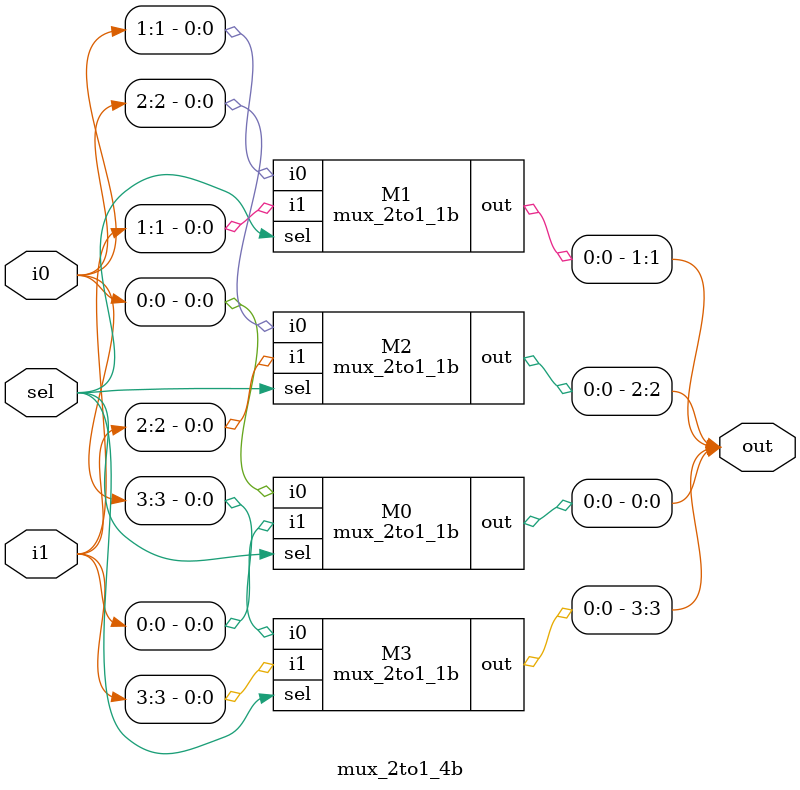
<source format=v>
`timescale 1 ns / 1 ps
module mux_2to1_1b(
    output out,
    input i0,
    input i1,
    input sel);

    wire w0, w1;

    and(w0, i0, ~sel);
    and(w1, i1, sel);
    or(out, w0, w1);

    endmodule

module mux_2to1_4b(
    output [4-1:0] out,
    input [4-1:0] i0,
    input [4-1:0] i1,
    input sel);


    mux_2to1_1b M0(.out(out[0]), .i0(i0[0]), .i1(i1[0]), .sel(sel));
    mux_2to1_1b M1(.out(out[1]), .i0(i0[1]), .i1(i1[1]), .sel(sel));
    mux_2to1_1b M2(.out(out[2]), .i0(i0[2]), .i1(i1[2]), .sel(sel));
    mux_2to1_1b M3(.out(out[3]), .i0(i0[3]), .i1(i1[3]), .sel(sel));

    endmodule
</source>
